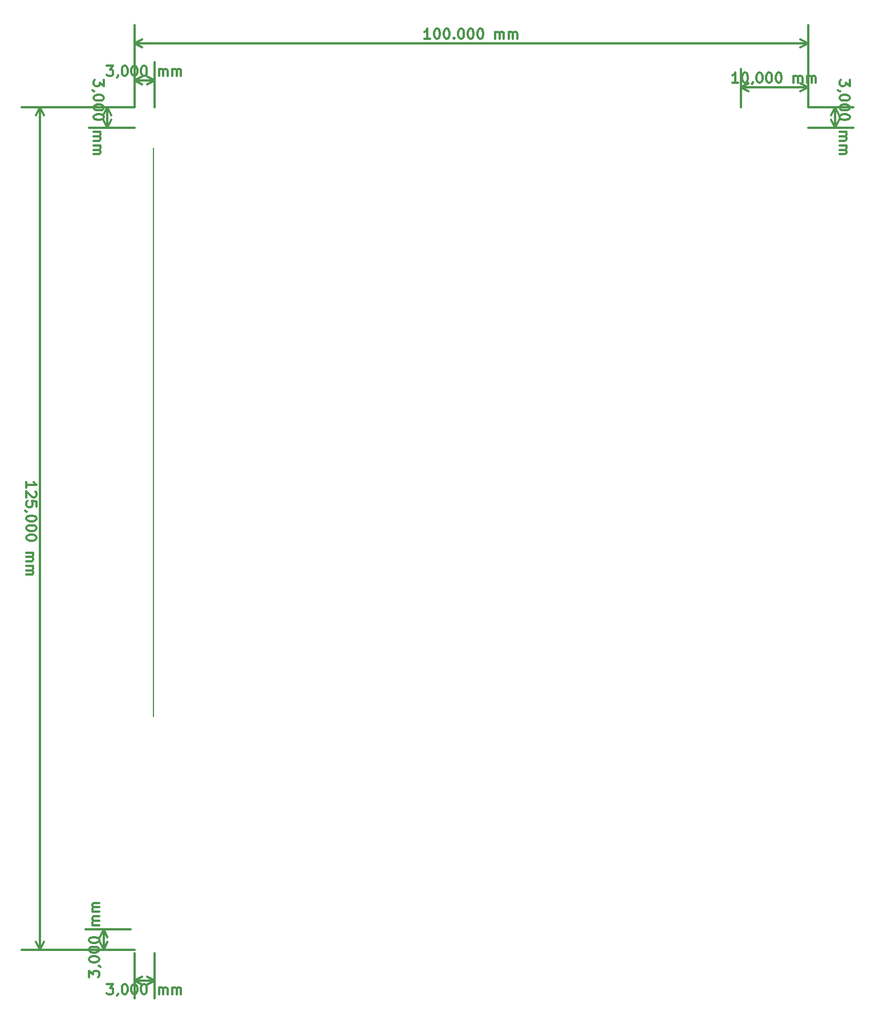
<source format=gbr>
G04 #@! TF.FileFunction,Drawing*
%FSLAX46Y46*%
G04 Gerber Fmt 4.6, Leading zero omitted, Abs format (unit mm)*
G04 Created by KiCad (PCBNEW no-vcs-found) date Sun Dec 11 09:55:06 2016*
%MOMM*%
%LPD*%
G01*
G04 APERTURE LIST*
%ADD10C,0.100000*%
%ADD11C,0.200000*%
%ADD12C,0.300000*%
G04 APERTURE END LIST*
D10*
D11*
X98820000Y-122880000D02*
X98820000Y-38480000D01*
D12*
X91491428Y-28408571D02*
X91491428Y-29337142D01*
X90920000Y-28837142D01*
X90920000Y-29051428D01*
X90848571Y-29194285D01*
X90777142Y-29265714D01*
X90634285Y-29337142D01*
X90277142Y-29337142D01*
X90134285Y-29265714D01*
X90062857Y-29194285D01*
X89991428Y-29051428D01*
X89991428Y-28622857D01*
X90062857Y-28480000D01*
X90134285Y-28408571D01*
X90062857Y-30051428D02*
X89991428Y-30051428D01*
X89848571Y-29980000D01*
X89777142Y-29908571D01*
X91491428Y-30980000D02*
X91491428Y-31122857D01*
X91420000Y-31265714D01*
X91348571Y-31337142D01*
X91205714Y-31408571D01*
X90920000Y-31480000D01*
X90562857Y-31480000D01*
X90277142Y-31408571D01*
X90134285Y-31337142D01*
X90062857Y-31265714D01*
X89991428Y-31122857D01*
X89991428Y-30980000D01*
X90062857Y-30837142D01*
X90134285Y-30765714D01*
X90277142Y-30694285D01*
X90562857Y-30622857D01*
X90920000Y-30622857D01*
X91205714Y-30694285D01*
X91348571Y-30765714D01*
X91420000Y-30837142D01*
X91491428Y-30980000D01*
X91491428Y-32408571D02*
X91491428Y-32551428D01*
X91420000Y-32694285D01*
X91348571Y-32765714D01*
X91205714Y-32837142D01*
X90920000Y-32908571D01*
X90562857Y-32908571D01*
X90277142Y-32837142D01*
X90134285Y-32765714D01*
X90062857Y-32694285D01*
X89991428Y-32551428D01*
X89991428Y-32408571D01*
X90062857Y-32265714D01*
X90134285Y-32194285D01*
X90277142Y-32122857D01*
X90562857Y-32051428D01*
X90920000Y-32051428D01*
X91205714Y-32122857D01*
X91348571Y-32194285D01*
X91420000Y-32265714D01*
X91491428Y-32408571D01*
X91491428Y-33837142D02*
X91491428Y-33980000D01*
X91420000Y-34122857D01*
X91348571Y-34194285D01*
X91205714Y-34265714D01*
X90920000Y-34337142D01*
X90562857Y-34337142D01*
X90277142Y-34265714D01*
X90134285Y-34194285D01*
X90062857Y-34122857D01*
X89991428Y-33980000D01*
X89991428Y-33837142D01*
X90062857Y-33694285D01*
X90134285Y-33622857D01*
X90277142Y-33551428D01*
X90562857Y-33480000D01*
X90920000Y-33480000D01*
X91205714Y-33551428D01*
X91348571Y-33622857D01*
X91420000Y-33694285D01*
X91491428Y-33837142D01*
X89991428Y-36122857D02*
X90991428Y-36122857D01*
X90848571Y-36122857D02*
X90920000Y-36194285D01*
X90991428Y-36337142D01*
X90991428Y-36551428D01*
X90920000Y-36694285D01*
X90777142Y-36765714D01*
X89991428Y-36765714D01*
X90777142Y-36765714D02*
X90920000Y-36837142D01*
X90991428Y-36980000D01*
X90991428Y-37194285D01*
X90920000Y-37337142D01*
X90777142Y-37408571D01*
X89991428Y-37408571D01*
X89991428Y-38122857D02*
X90991428Y-38122857D01*
X90848571Y-38122857D02*
X90920000Y-38194285D01*
X90991428Y-38337142D01*
X90991428Y-38551428D01*
X90920000Y-38694285D01*
X90777142Y-38765714D01*
X89991428Y-38765714D01*
X90777142Y-38765714D02*
X90920000Y-38837142D01*
X90991428Y-38980000D01*
X90991428Y-39194285D01*
X90920000Y-39337142D01*
X90777142Y-39408571D01*
X89991428Y-39408571D01*
X92020000Y-32480000D02*
X92020000Y-35480000D01*
X96020000Y-32480000D02*
X89320000Y-32480000D01*
X96020000Y-35480000D02*
X89320000Y-35480000D01*
X92020000Y-35480000D02*
X91433579Y-34353496D01*
X92020000Y-35480000D02*
X92606421Y-34353496D01*
X92020000Y-32480000D02*
X91433579Y-33606504D01*
X92020000Y-32480000D02*
X92606421Y-33606504D01*
X91948571Y-26308571D02*
X92877142Y-26308571D01*
X92377142Y-26880000D01*
X92591428Y-26880000D01*
X92734285Y-26951428D01*
X92805714Y-27022857D01*
X92877142Y-27165714D01*
X92877142Y-27522857D01*
X92805714Y-27665714D01*
X92734285Y-27737142D01*
X92591428Y-27808571D01*
X92162857Y-27808571D01*
X92020000Y-27737142D01*
X91948571Y-27665714D01*
X93591428Y-27737142D02*
X93591428Y-27808571D01*
X93520000Y-27951428D01*
X93448571Y-28022857D01*
X94520000Y-26308571D02*
X94662857Y-26308571D01*
X94805714Y-26380000D01*
X94877142Y-26451428D01*
X94948571Y-26594285D01*
X95020000Y-26880000D01*
X95020000Y-27237142D01*
X94948571Y-27522857D01*
X94877142Y-27665714D01*
X94805714Y-27737142D01*
X94662857Y-27808571D01*
X94520000Y-27808571D01*
X94377142Y-27737142D01*
X94305714Y-27665714D01*
X94234285Y-27522857D01*
X94162857Y-27237142D01*
X94162857Y-26880000D01*
X94234285Y-26594285D01*
X94305714Y-26451428D01*
X94377142Y-26380000D01*
X94520000Y-26308571D01*
X95948571Y-26308571D02*
X96091428Y-26308571D01*
X96234285Y-26380000D01*
X96305714Y-26451428D01*
X96377142Y-26594285D01*
X96448571Y-26880000D01*
X96448571Y-27237142D01*
X96377142Y-27522857D01*
X96305714Y-27665714D01*
X96234285Y-27737142D01*
X96091428Y-27808571D01*
X95948571Y-27808571D01*
X95805714Y-27737142D01*
X95734285Y-27665714D01*
X95662857Y-27522857D01*
X95591428Y-27237142D01*
X95591428Y-26880000D01*
X95662857Y-26594285D01*
X95734285Y-26451428D01*
X95805714Y-26380000D01*
X95948571Y-26308571D01*
X97377142Y-26308571D02*
X97520000Y-26308571D01*
X97662857Y-26380000D01*
X97734285Y-26451428D01*
X97805714Y-26594285D01*
X97877142Y-26880000D01*
X97877142Y-27237142D01*
X97805714Y-27522857D01*
X97734285Y-27665714D01*
X97662857Y-27737142D01*
X97520000Y-27808571D01*
X97377142Y-27808571D01*
X97234285Y-27737142D01*
X97162857Y-27665714D01*
X97091428Y-27522857D01*
X97020000Y-27237142D01*
X97020000Y-26880000D01*
X97091428Y-26594285D01*
X97162857Y-26451428D01*
X97234285Y-26380000D01*
X97377142Y-26308571D01*
X99662857Y-27808571D02*
X99662857Y-26808571D01*
X99662857Y-26951428D02*
X99734285Y-26880000D01*
X99877142Y-26808571D01*
X100091428Y-26808571D01*
X100234285Y-26880000D01*
X100305714Y-27022857D01*
X100305714Y-27808571D01*
X100305714Y-27022857D02*
X100377142Y-26880000D01*
X100520000Y-26808571D01*
X100734285Y-26808571D01*
X100877142Y-26880000D01*
X100948571Y-27022857D01*
X100948571Y-27808571D01*
X101662857Y-27808571D02*
X101662857Y-26808571D01*
X101662857Y-26951428D02*
X101734285Y-26880000D01*
X101877142Y-26808571D01*
X102091428Y-26808571D01*
X102234285Y-26880000D01*
X102305714Y-27022857D01*
X102305714Y-27808571D01*
X102305714Y-27022857D02*
X102377142Y-26880000D01*
X102520000Y-26808571D01*
X102734285Y-26808571D01*
X102877142Y-26880000D01*
X102948571Y-27022857D01*
X102948571Y-27808571D01*
X96020000Y-28480000D02*
X99020000Y-28480000D01*
X96020000Y-32480000D02*
X96020000Y-25780000D01*
X99020000Y-32480000D02*
X99020000Y-25780000D01*
X99020000Y-28480000D02*
X97893496Y-29066421D01*
X99020000Y-28480000D02*
X97893496Y-27893579D01*
X96020000Y-28480000D02*
X97146504Y-29066421D01*
X96020000Y-28480000D02*
X97146504Y-27893579D01*
X202191428Y-28408571D02*
X202191428Y-29337142D01*
X201620000Y-28837142D01*
X201620000Y-29051428D01*
X201548571Y-29194285D01*
X201477142Y-29265714D01*
X201334285Y-29337142D01*
X200977142Y-29337142D01*
X200834285Y-29265714D01*
X200762857Y-29194285D01*
X200691428Y-29051428D01*
X200691428Y-28622857D01*
X200762857Y-28479999D01*
X200834285Y-28408571D01*
X200762857Y-30051428D02*
X200691428Y-30051428D01*
X200548571Y-29979999D01*
X200477142Y-29908571D01*
X202191428Y-30979999D02*
X202191428Y-31122857D01*
X202120000Y-31265714D01*
X202048571Y-31337142D01*
X201905714Y-31408571D01*
X201620000Y-31479999D01*
X201262857Y-31479999D01*
X200977142Y-31408571D01*
X200834285Y-31337142D01*
X200762857Y-31265714D01*
X200691428Y-31122857D01*
X200691428Y-30979999D01*
X200762857Y-30837142D01*
X200834285Y-30765714D01*
X200977142Y-30694285D01*
X201262857Y-30622857D01*
X201620000Y-30622857D01*
X201905714Y-30694285D01*
X202048571Y-30765714D01*
X202120000Y-30837142D01*
X202191428Y-30979999D01*
X202191428Y-32408571D02*
X202191428Y-32551428D01*
X202120000Y-32694285D01*
X202048571Y-32765714D01*
X201905714Y-32837142D01*
X201620000Y-32908571D01*
X201262857Y-32908571D01*
X200977142Y-32837142D01*
X200834285Y-32765714D01*
X200762857Y-32694285D01*
X200691428Y-32551428D01*
X200691428Y-32408571D01*
X200762857Y-32265714D01*
X200834285Y-32194285D01*
X200977142Y-32122857D01*
X201262857Y-32051428D01*
X201620000Y-32051428D01*
X201905714Y-32122857D01*
X202048571Y-32194285D01*
X202120000Y-32265714D01*
X202191428Y-32408571D01*
X202191428Y-33837142D02*
X202191428Y-33979999D01*
X202120000Y-34122857D01*
X202048571Y-34194285D01*
X201905714Y-34265714D01*
X201620000Y-34337142D01*
X201262857Y-34337142D01*
X200977142Y-34265714D01*
X200834285Y-34194285D01*
X200762857Y-34122857D01*
X200691428Y-33979999D01*
X200691428Y-33837142D01*
X200762857Y-33694285D01*
X200834285Y-33622857D01*
X200977142Y-33551428D01*
X201262857Y-33479999D01*
X201620000Y-33479999D01*
X201905714Y-33551428D01*
X202048571Y-33622857D01*
X202120000Y-33694285D01*
X202191428Y-33837142D01*
X200691428Y-36122857D02*
X201691428Y-36122857D01*
X201548571Y-36122857D02*
X201620000Y-36194285D01*
X201691428Y-36337142D01*
X201691428Y-36551428D01*
X201620000Y-36694285D01*
X201477142Y-36765714D01*
X200691428Y-36765714D01*
X201477142Y-36765714D02*
X201620000Y-36837142D01*
X201691428Y-36979999D01*
X201691428Y-37194285D01*
X201620000Y-37337142D01*
X201477142Y-37408571D01*
X200691428Y-37408571D01*
X200691428Y-38122857D02*
X201691428Y-38122857D01*
X201548571Y-38122857D02*
X201620000Y-38194285D01*
X201691428Y-38337142D01*
X201691428Y-38551428D01*
X201620000Y-38694285D01*
X201477142Y-38765714D01*
X200691428Y-38765714D01*
X201477142Y-38765714D02*
X201620000Y-38837142D01*
X201691428Y-38979999D01*
X201691428Y-39194285D01*
X201620000Y-39337142D01*
X201477142Y-39408571D01*
X200691428Y-39408571D01*
X200020000Y-32480000D02*
X200020000Y-35480000D01*
X196020000Y-32480000D02*
X202720000Y-32480000D01*
X196020000Y-35480000D02*
X202720000Y-35480000D01*
X200020000Y-35480000D02*
X199433579Y-34353496D01*
X200020000Y-35480000D02*
X200606421Y-34353496D01*
X200020000Y-32480000D02*
X199433579Y-33606504D01*
X200020000Y-32480000D02*
X200606421Y-33606504D01*
X185662857Y-28808571D02*
X184805714Y-28808571D01*
X185234285Y-28808571D02*
X185234285Y-27308571D01*
X185091428Y-27522857D01*
X184948571Y-27665714D01*
X184805714Y-27737142D01*
X186591428Y-27308571D02*
X186734285Y-27308571D01*
X186877142Y-27380000D01*
X186948571Y-27451428D01*
X187020000Y-27594285D01*
X187091428Y-27880000D01*
X187091428Y-28237142D01*
X187020000Y-28522857D01*
X186948571Y-28665714D01*
X186877142Y-28737142D01*
X186734285Y-28808571D01*
X186591428Y-28808571D01*
X186448571Y-28737142D01*
X186377142Y-28665714D01*
X186305714Y-28522857D01*
X186234285Y-28237142D01*
X186234285Y-27880000D01*
X186305714Y-27594285D01*
X186377142Y-27451428D01*
X186448571Y-27380000D01*
X186591428Y-27308571D01*
X187805714Y-28737142D02*
X187805714Y-28808571D01*
X187734285Y-28951428D01*
X187662857Y-29022857D01*
X188734285Y-27308571D02*
X188877142Y-27308571D01*
X189020000Y-27380000D01*
X189091428Y-27451428D01*
X189162857Y-27594285D01*
X189234285Y-27880000D01*
X189234285Y-28237142D01*
X189162857Y-28522857D01*
X189091428Y-28665714D01*
X189020000Y-28737142D01*
X188877142Y-28808571D01*
X188734285Y-28808571D01*
X188591428Y-28737142D01*
X188520000Y-28665714D01*
X188448571Y-28522857D01*
X188377142Y-28237142D01*
X188377142Y-27880000D01*
X188448571Y-27594285D01*
X188520000Y-27451428D01*
X188591428Y-27380000D01*
X188734285Y-27308571D01*
X190162857Y-27308571D02*
X190305714Y-27308571D01*
X190448571Y-27380000D01*
X190520000Y-27451428D01*
X190591428Y-27594285D01*
X190662857Y-27880000D01*
X190662857Y-28237142D01*
X190591428Y-28522857D01*
X190520000Y-28665714D01*
X190448571Y-28737142D01*
X190305714Y-28808571D01*
X190162857Y-28808571D01*
X190020000Y-28737142D01*
X189948571Y-28665714D01*
X189877142Y-28522857D01*
X189805714Y-28237142D01*
X189805714Y-27880000D01*
X189877142Y-27594285D01*
X189948571Y-27451428D01*
X190020000Y-27380000D01*
X190162857Y-27308571D01*
X191591428Y-27308571D02*
X191734285Y-27308571D01*
X191877142Y-27380000D01*
X191948571Y-27451428D01*
X192020000Y-27594285D01*
X192091428Y-27880000D01*
X192091428Y-28237142D01*
X192020000Y-28522857D01*
X191948571Y-28665714D01*
X191877142Y-28737142D01*
X191734285Y-28808571D01*
X191591428Y-28808571D01*
X191448571Y-28737142D01*
X191377142Y-28665714D01*
X191305714Y-28522857D01*
X191234285Y-28237142D01*
X191234285Y-27880000D01*
X191305714Y-27594285D01*
X191377142Y-27451428D01*
X191448571Y-27380000D01*
X191591428Y-27308571D01*
X193877142Y-28808571D02*
X193877142Y-27808571D01*
X193877142Y-27951428D02*
X193948571Y-27880000D01*
X194091428Y-27808571D01*
X194305714Y-27808571D01*
X194448571Y-27880000D01*
X194520000Y-28022857D01*
X194520000Y-28808571D01*
X194520000Y-28022857D02*
X194591428Y-27880000D01*
X194734285Y-27808571D01*
X194948571Y-27808571D01*
X195091428Y-27880000D01*
X195162857Y-28022857D01*
X195162857Y-28808571D01*
X195877142Y-28808571D02*
X195877142Y-27808571D01*
X195877142Y-27951428D02*
X195948571Y-27880000D01*
X196091428Y-27808571D01*
X196305714Y-27808571D01*
X196448571Y-27880000D01*
X196520000Y-28022857D01*
X196520000Y-28808571D01*
X196520000Y-28022857D02*
X196591428Y-27880000D01*
X196734285Y-27808571D01*
X196948571Y-27808571D01*
X197091428Y-27880000D01*
X197162857Y-28022857D01*
X197162857Y-28808571D01*
X196020000Y-29480000D02*
X186020000Y-29480000D01*
X196020000Y-32480000D02*
X196020000Y-26780000D01*
X186020000Y-32480000D02*
X186020000Y-26780000D01*
X186020000Y-29480000D02*
X187146504Y-28893579D01*
X186020000Y-29480000D02*
X187146504Y-30066421D01*
X196020000Y-29480000D02*
X194893496Y-28893579D01*
X196020000Y-29480000D02*
X194893496Y-30066421D01*
X91948571Y-162573478D02*
X92877142Y-162573478D01*
X92377142Y-163144907D01*
X92591428Y-163144907D01*
X92734285Y-163216335D01*
X92805714Y-163287764D01*
X92877142Y-163430621D01*
X92877142Y-163787764D01*
X92805714Y-163930621D01*
X92734285Y-164002049D01*
X92591428Y-164073478D01*
X92162857Y-164073478D01*
X92020000Y-164002049D01*
X91948571Y-163930621D01*
X93591428Y-164002049D02*
X93591428Y-164073478D01*
X93520000Y-164216335D01*
X93448571Y-164287764D01*
X94520000Y-162573478D02*
X94662857Y-162573478D01*
X94805714Y-162644907D01*
X94877142Y-162716335D01*
X94948571Y-162859192D01*
X95020000Y-163144907D01*
X95020000Y-163502049D01*
X94948571Y-163787764D01*
X94877142Y-163930621D01*
X94805714Y-164002049D01*
X94662857Y-164073478D01*
X94520000Y-164073478D01*
X94377142Y-164002049D01*
X94305714Y-163930621D01*
X94234285Y-163787764D01*
X94162857Y-163502049D01*
X94162857Y-163144907D01*
X94234285Y-162859192D01*
X94305714Y-162716335D01*
X94377142Y-162644907D01*
X94520000Y-162573478D01*
X95948571Y-162573478D02*
X96091428Y-162573478D01*
X96234285Y-162644907D01*
X96305714Y-162716335D01*
X96377142Y-162859192D01*
X96448571Y-163144907D01*
X96448571Y-163502049D01*
X96377142Y-163787764D01*
X96305714Y-163930621D01*
X96234285Y-164002049D01*
X96091428Y-164073478D01*
X95948571Y-164073478D01*
X95805714Y-164002049D01*
X95734285Y-163930621D01*
X95662857Y-163787764D01*
X95591428Y-163502049D01*
X95591428Y-163144907D01*
X95662857Y-162859192D01*
X95734285Y-162716335D01*
X95805714Y-162644907D01*
X95948571Y-162573478D01*
X97377142Y-162573478D02*
X97520000Y-162573478D01*
X97662857Y-162644907D01*
X97734285Y-162716335D01*
X97805714Y-162859192D01*
X97877142Y-163144907D01*
X97877142Y-163502049D01*
X97805714Y-163787764D01*
X97734285Y-163930621D01*
X97662857Y-164002049D01*
X97520000Y-164073478D01*
X97377142Y-164073478D01*
X97234285Y-164002049D01*
X97162857Y-163930621D01*
X97091428Y-163787764D01*
X97020000Y-163502049D01*
X97020000Y-163144907D01*
X97091428Y-162859192D01*
X97162857Y-162716335D01*
X97234285Y-162644907D01*
X97377142Y-162573478D01*
X99662857Y-164073478D02*
X99662857Y-163073478D01*
X99662857Y-163216335D02*
X99734285Y-163144907D01*
X99877142Y-163073478D01*
X100091428Y-163073478D01*
X100234285Y-163144907D01*
X100305714Y-163287764D01*
X100305714Y-164073478D01*
X100305714Y-163287764D02*
X100377142Y-163144907D01*
X100520000Y-163073478D01*
X100734285Y-163073478D01*
X100877142Y-163144907D01*
X100948571Y-163287764D01*
X100948571Y-164073478D01*
X101662857Y-164073478D02*
X101662857Y-163073478D01*
X101662857Y-163216335D02*
X101734285Y-163144907D01*
X101877142Y-163073478D01*
X102091428Y-163073478D01*
X102234285Y-163144907D01*
X102305714Y-163287764D01*
X102305714Y-164073478D01*
X102305714Y-163287764D02*
X102377142Y-163144907D01*
X102520000Y-163073478D01*
X102734285Y-163073478D01*
X102877142Y-163144907D01*
X102948571Y-163287764D01*
X102948571Y-164073478D01*
X96020000Y-162044907D02*
X99020000Y-162044907D01*
X96020000Y-158044907D02*
X96020000Y-164744907D01*
X99020000Y-158044907D02*
X99020000Y-164744907D01*
X99020000Y-162044907D02*
X97893496Y-162631328D01*
X99020000Y-162044907D02*
X97893496Y-161458486D01*
X96020000Y-162044907D02*
X97146504Y-162631328D01*
X96020000Y-162044907D02*
X97146504Y-161458486D01*
X89277398Y-161551428D02*
X89277398Y-160622857D01*
X89848827Y-161122857D01*
X89848827Y-160908571D01*
X89920255Y-160765714D01*
X89991684Y-160694285D01*
X90134541Y-160622857D01*
X90491684Y-160622857D01*
X90634541Y-160694285D01*
X90705969Y-160765714D01*
X90777398Y-160908571D01*
X90777398Y-161337142D01*
X90705969Y-161480000D01*
X90634541Y-161551428D01*
X90705969Y-159908571D02*
X90777398Y-159908571D01*
X90920255Y-159980000D01*
X90991684Y-160051428D01*
X89277398Y-158980000D02*
X89277398Y-158837142D01*
X89348827Y-158694285D01*
X89420255Y-158622857D01*
X89563112Y-158551428D01*
X89848827Y-158480000D01*
X90205969Y-158480000D01*
X90491684Y-158551428D01*
X90634541Y-158622857D01*
X90705969Y-158694285D01*
X90777398Y-158837142D01*
X90777398Y-158980000D01*
X90705969Y-159122857D01*
X90634541Y-159194285D01*
X90491684Y-159265714D01*
X90205969Y-159337142D01*
X89848827Y-159337142D01*
X89563112Y-159265714D01*
X89420255Y-159194285D01*
X89348827Y-159122857D01*
X89277398Y-158980000D01*
X89277398Y-157551428D02*
X89277398Y-157408571D01*
X89348827Y-157265714D01*
X89420255Y-157194285D01*
X89563112Y-157122857D01*
X89848827Y-157051428D01*
X90205969Y-157051428D01*
X90491684Y-157122857D01*
X90634541Y-157194285D01*
X90705969Y-157265714D01*
X90777398Y-157408571D01*
X90777398Y-157551428D01*
X90705969Y-157694285D01*
X90634541Y-157765714D01*
X90491684Y-157837142D01*
X90205969Y-157908571D01*
X89848827Y-157908571D01*
X89563112Y-157837142D01*
X89420255Y-157765714D01*
X89348827Y-157694285D01*
X89277398Y-157551428D01*
X89277398Y-156122857D02*
X89277398Y-155980000D01*
X89348827Y-155837142D01*
X89420255Y-155765714D01*
X89563112Y-155694285D01*
X89848827Y-155622857D01*
X90205969Y-155622857D01*
X90491684Y-155694285D01*
X90634541Y-155765714D01*
X90705969Y-155837142D01*
X90777398Y-155980000D01*
X90777398Y-156122857D01*
X90705969Y-156265714D01*
X90634541Y-156337142D01*
X90491684Y-156408571D01*
X90205969Y-156480000D01*
X89848827Y-156480000D01*
X89563112Y-156408571D01*
X89420255Y-156337142D01*
X89348827Y-156265714D01*
X89277398Y-156122857D01*
X90777398Y-153837142D02*
X89777398Y-153837142D01*
X89920255Y-153837142D02*
X89848827Y-153765714D01*
X89777398Y-153622857D01*
X89777398Y-153408571D01*
X89848827Y-153265714D01*
X89991684Y-153194285D01*
X90777398Y-153194285D01*
X89991684Y-153194285D02*
X89848827Y-153122857D01*
X89777398Y-152980000D01*
X89777398Y-152765714D01*
X89848827Y-152622857D01*
X89991684Y-152551428D01*
X90777398Y-152551428D01*
X90777398Y-151837142D02*
X89777398Y-151837142D01*
X89920255Y-151837142D02*
X89848827Y-151765714D01*
X89777398Y-151622857D01*
X89777398Y-151408571D01*
X89848827Y-151265714D01*
X89991684Y-151194285D01*
X90777398Y-151194285D01*
X89991684Y-151194285D02*
X89848827Y-151122857D01*
X89777398Y-150980000D01*
X89777398Y-150765714D01*
X89848827Y-150622857D01*
X89991684Y-150551428D01*
X90777398Y-150551428D01*
X91448827Y-157480000D02*
X91448827Y-154480000D01*
X95448827Y-157480000D02*
X88748827Y-157480000D01*
X95448827Y-154480000D02*
X88748827Y-154480000D01*
X91448827Y-154480000D02*
X92035248Y-155606504D01*
X91448827Y-154480000D02*
X90862406Y-155606504D01*
X91448827Y-157480000D02*
X92035248Y-156353496D01*
X91448827Y-157480000D02*
X90862406Y-156353496D01*
X79991428Y-88908571D02*
X79991428Y-88051428D01*
X79991428Y-88480000D02*
X81491428Y-88480000D01*
X81277142Y-88337142D01*
X81134285Y-88194285D01*
X81062857Y-88051428D01*
X81348571Y-89480000D02*
X81420000Y-89551428D01*
X81491428Y-89694285D01*
X81491428Y-90051428D01*
X81420000Y-90194285D01*
X81348571Y-90265714D01*
X81205714Y-90337142D01*
X81062857Y-90337142D01*
X80848571Y-90265714D01*
X79991428Y-89408571D01*
X79991428Y-90337142D01*
X81491428Y-91694285D02*
X81491428Y-90980000D01*
X80777142Y-90908571D01*
X80848571Y-90980000D01*
X80920000Y-91122857D01*
X80920000Y-91480000D01*
X80848571Y-91622857D01*
X80777142Y-91694285D01*
X80634285Y-91765714D01*
X80277142Y-91765714D01*
X80134285Y-91694285D01*
X80062857Y-91622857D01*
X79991428Y-91480000D01*
X79991428Y-91122857D01*
X80062857Y-90980000D01*
X80134285Y-90908571D01*
X80062857Y-92480000D02*
X79991428Y-92480000D01*
X79848571Y-92408571D01*
X79777142Y-92337142D01*
X81491428Y-93408571D02*
X81491428Y-93551428D01*
X81420000Y-93694285D01*
X81348571Y-93765714D01*
X81205714Y-93837142D01*
X80920000Y-93908571D01*
X80562857Y-93908571D01*
X80277142Y-93837142D01*
X80134285Y-93765714D01*
X80062857Y-93694285D01*
X79991428Y-93551428D01*
X79991428Y-93408571D01*
X80062857Y-93265714D01*
X80134285Y-93194285D01*
X80277142Y-93122857D01*
X80562857Y-93051428D01*
X80920000Y-93051428D01*
X81205714Y-93122857D01*
X81348571Y-93194285D01*
X81420000Y-93265714D01*
X81491428Y-93408571D01*
X81491428Y-94837142D02*
X81491428Y-94980000D01*
X81420000Y-95122857D01*
X81348571Y-95194285D01*
X81205714Y-95265714D01*
X80920000Y-95337142D01*
X80562857Y-95337142D01*
X80277142Y-95265714D01*
X80134285Y-95194285D01*
X80062857Y-95122857D01*
X79991428Y-94980000D01*
X79991428Y-94837142D01*
X80062857Y-94694285D01*
X80134285Y-94622857D01*
X80277142Y-94551428D01*
X80562857Y-94480000D01*
X80920000Y-94480000D01*
X81205714Y-94551428D01*
X81348571Y-94622857D01*
X81420000Y-94694285D01*
X81491428Y-94837142D01*
X81491428Y-96265714D02*
X81491428Y-96408571D01*
X81420000Y-96551428D01*
X81348571Y-96622857D01*
X81205714Y-96694285D01*
X80920000Y-96765714D01*
X80562857Y-96765714D01*
X80277142Y-96694285D01*
X80134285Y-96622857D01*
X80062857Y-96551428D01*
X79991428Y-96408571D01*
X79991428Y-96265714D01*
X80062857Y-96122857D01*
X80134285Y-96051428D01*
X80277142Y-95980000D01*
X80562857Y-95908571D01*
X80920000Y-95908571D01*
X81205714Y-95980000D01*
X81348571Y-96051428D01*
X81420000Y-96122857D01*
X81491428Y-96265714D01*
X79991428Y-98551428D02*
X80991428Y-98551428D01*
X80848571Y-98551428D02*
X80920000Y-98622857D01*
X80991428Y-98765714D01*
X80991428Y-98980000D01*
X80920000Y-99122857D01*
X80777142Y-99194285D01*
X79991428Y-99194285D01*
X80777142Y-99194285D02*
X80920000Y-99265714D01*
X80991428Y-99408571D01*
X80991428Y-99622857D01*
X80920000Y-99765714D01*
X80777142Y-99837142D01*
X79991428Y-99837142D01*
X79991428Y-100551428D02*
X80991428Y-100551428D01*
X80848571Y-100551428D02*
X80920000Y-100622857D01*
X80991428Y-100765714D01*
X80991428Y-100980000D01*
X80920000Y-101122857D01*
X80777142Y-101194285D01*
X79991428Y-101194285D01*
X80777142Y-101194285D02*
X80920000Y-101265714D01*
X80991428Y-101408571D01*
X80991428Y-101622857D01*
X80920000Y-101765714D01*
X80777142Y-101837142D01*
X79991428Y-101837142D01*
X82020000Y-32480000D02*
X82020000Y-157480000D01*
X96020000Y-32480000D02*
X79320000Y-32480000D01*
X96020000Y-157480000D02*
X79320000Y-157480000D01*
X82020000Y-157480000D02*
X81433579Y-156353496D01*
X82020000Y-157480000D02*
X82606421Y-156353496D01*
X82020000Y-32480000D02*
X81433579Y-33606504D01*
X82020000Y-32480000D02*
X82606421Y-33606504D01*
X139948571Y-22308571D02*
X139091428Y-22308571D01*
X139520000Y-22308571D02*
X139520000Y-20808571D01*
X139377142Y-21022857D01*
X139234285Y-21165714D01*
X139091428Y-21237142D01*
X140877142Y-20808571D02*
X141020000Y-20808571D01*
X141162857Y-20880000D01*
X141234285Y-20951428D01*
X141305714Y-21094285D01*
X141377142Y-21380000D01*
X141377142Y-21737142D01*
X141305714Y-22022857D01*
X141234285Y-22165714D01*
X141162857Y-22237142D01*
X141020000Y-22308571D01*
X140877142Y-22308571D01*
X140734285Y-22237142D01*
X140662857Y-22165714D01*
X140591428Y-22022857D01*
X140520000Y-21737142D01*
X140520000Y-21380000D01*
X140591428Y-21094285D01*
X140662857Y-20951428D01*
X140734285Y-20880000D01*
X140877142Y-20808571D01*
X142305714Y-20808571D02*
X142448571Y-20808571D01*
X142591428Y-20880000D01*
X142662857Y-20951428D01*
X142734285Y-21094285D01*
X142805714Y-21380000D01*
X142805714Y-21737142D01*
X142734285Y-22022857D01*
X142662857Y-22165714D01*
X142591428Y-22237142D01*
X142448571Y-22308571D01*
X142305714Y-22308571D01*
X142162857Y-22237142D01*
X142091428Y-22165714D01*
X142020000Y-22022857D01*
X141948571Y-21737142D01*
X141948571Y-21380000D01*
X142020000Y-21094285D01*
X142091428Y-20951428D01*
X142162857Y-20880000D01*
X142305714Y-20808571D01*
X143448571Y-22165714D02*
X143520000Y-22237142D01*
X143448571Y-22308571D01*
X143377142Y-22237142D01*
X143448571Y-22165714D01*
X143448571Y-22308571D01*
X144448571Y-20808571D02*
X144591428Y-20808571D01*
X144734285Y-20880000D01*
X144805714Y-20951428D01*
X144877142Y-21094285D01*
X144948571Y-21380000D01*
X144948571Y-21737142D01*
X144877142Y-22022857D01*
X144805714Y-22165714D01*
X144734285Y-22237142D01*
X144591428Y-22308571D01*
X144448571Y-22308571D01*
X144305714Y-22237142D01*
X144234285Y-22165714D01*
X144162857Y-22022857D01*
X144091428Y-21737142D01*
X144091428Y-21380000D01*
X144162857Y-21094285D01*
X144234285Y-20951428D01*
X144305714Y-20880000D01*
X144448571Y-20808571D01*
X145877142Y-20808571D02*
X146020000Y-20808571D01*
X146162857Y-20880000D01*
X146234285Y-20951428D01*
X146305714Y-21094285D01*
X146377142Y-21380000D01*
X146377142Y-21737142D01*
X146305714Y-22022857D01*
X146234285Y-22165714D01*
X146162857Y-22237142D01*
X146020000Y-22308571D01*
X145877142Y-22308571D01*
X145734285Y-22237142D01*
X145662857Y-22165714D01*
X145591428Y-22022857D01*
X145520000Y-21737142D01*
X145520000Y-21380000D01*
X145591428Y-21094285D01*
X145662857Y-20951428D01*
X145734285Y-20880000D01*
X145877142Y-20808571D01*
X147305714Y-20808571D02*
X147448571Y-20808571D01*
X147591428Y-20880000D01*
X147662857Y-20951428D01*
X147734285Y-21094285D01*
X147805714Y-21380000D01*
X147805714Y-21737142D01*
X147734285Y-22022857D01*
X147662857Y-22165714D01*
X147591428Y-22237142D01*
X147448571Y-22308571D01*
X147305714Y-22308571D01*
X147162857Y-22237142D01*
X147091428Y-22165714D01*
X147020000Y-22022857D01*
X146948571Y-21737142D01*
X146948571Y-21380000D01*
X147020000Y-21094285D01*
X147091428Y-20951428D01*
X147162857Y-20880000D01*
X147305714Y-20808571D01*
X149591428Y-22308571D02*
X149591428Y-21308571D01*
X149591428Y-21451428D02*
X149662857Y-21380000D01*
X149805714Y-21308571D01*
X150020000Y-21308571D01*
X150162857Y-21380000D01*
X150234285Y-21522857D01*
X150234285Y-22308571D01*
X150234285Y-21522857D02*
X150305714Y-21380000D01*
X150448571Y-21308571D01*
X150662857Y-21308571D01*
X150805714Y-21380000D01*
X150877142Y-21522857D01*
X150877142Y-22308571D01*
X151591428Y-22308571D02*
X151591428Y-21308571D01*
X151591428Y-21451428D02*
X151662857Y-21380000D01*
X151805714Y-21308571D01*
X152020000Y-21308571D01*
X152162857Y-21380000D01*
X152234285Y-21522857D01*
X152234285Y-22308571D01*
X152234285Y-21522857D02*
X152305714Y-21380000D01*
X152448571Y-21308571D01*
X152662857Y-21308571D01*
X152805714Y-21380000D01*
X152877142Y-21522857D01*
X152877142Y-22308571D01*
X96020000Y-22980000D02*
X196020000Y-22980000D01*
X96020000Y-32480000D02*
X96020000Y-20280000D01*
X196020000Y-32480000D02*
X196020000Y-20280000D01*
X196020000Y-22980000D02*
X194893496Y-23566421D01*
X196020000Y-22980000D02*
X194893496Y-22393579D01*
X96020000Y-22980000D02*
X97146504Y-23566421D01*
X96020000Y-22980000D02*
X97146504Y-22393579D01*
M02*

</source>
